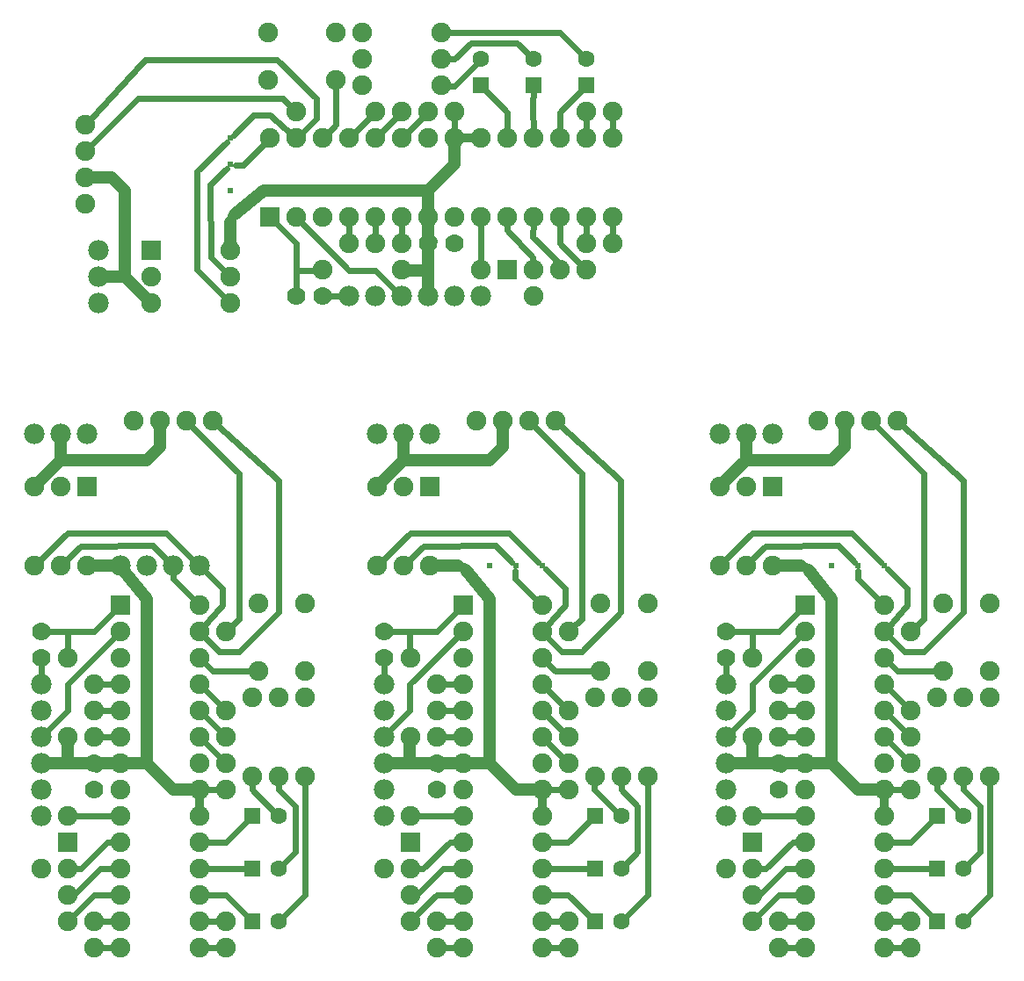
<source format=gtl>
From e75f60093b1709f0fa4dd69b582c63269448657a Mon Sep 17 00:00:00 2001
From: jaseg <git@jaseg.de>
Date: Sat, 15 Jan 2022 21:36:59 +0100
Subject: Add a whole zoo of gerber files from different EDA packages

---
 .../gerber/tests/resources/fritzing/combined.gtl   | 1490 ++++++++++++++++++++
 1 file changed, 1490 insertions(+)
 create mode 100644 gerbonara/gerber/tests/resources/fritzing/combined.gtl

(limited to 'gerbonara/gerber/tests/resources/fritzing/combined.gtl')

diff --git a/gerbonara/gerber/tests/resources/fritzing/combined.gtl b/gerbonara/gerber/tests/resources/fritzing/combined.gtl
new file mode 100644
index 0000000..0689715
--- /dev/null
+++ b/gerbonara/gerber/tests/resources/fritzing/combined.gtl
@@ -0,0 +1,1490 @@
+%MOIN*%
+%OFA0B0*%
+%FSLAX23Y23*%
+%IPPOS*%
+%LPD*%
+%ADD10C,0.078*%
+%ADD11C,0.075*%
+%ADD12C,0.07*%
+%ADD13C,0.075433*%
+%ADD14C,0.062992*%
+%ADD15R,0.075X0.075*%
+%ADD16R,0.062992X0.062992*%
+%ADD17C,0.024000000000000004*%
+%ADD18C,0.048000000000000008*%
+%ADD19C,0.032*%
+%ADD30C,0.078*%
+%ADD31C,0.075*%
+%ADD32C,0.07*%
+%ADD33C,0.075433*%
+%ADD34C,0.062992*%
+%ADD35R,0.075X0.075*%
+%ADD36R,0.062992X0.062992*%
+%ADD37C,0.024000000000000004*%
+%ADD38C,0.048000000000000008*%
+%ADD39C,0.032*%
+%ADD40C,0.078*%
+%ADD41C,0.075*%
+%ADD42C,0.07*%
+%ADD43C,0.075433*%
+%ADD44C,0.062992*%
+%ADD45R,0.075X0.075*%
+%ADD46R,0.062992X0.062992*%
+%ADD47C,0.024000000000000004*%
+%ADD48C,0.048000000000000008*%
+%ADD49C,0.032*%
+%ADD50C,0.078*%
+%ADD51C,0.075*%
+%ADD52C,0.07*%
+%ADD53C,0.075433*%
+%ADD54C,0.062992*%
+%ADD55R,0.075X0.075*%
+%ADD56R,0.062992X0.062992*%
+%ADD57C,0.024000000000000004*%
+%ADD58C,0.048000000000000008*%
+%ADD59C,0.032*%
+G90*
+G54D10*
+X00039Y00039D02*
+X00452Y01768D03*
+X00552Y01768D03*
+X00652Y01768D03*
+X00752Y01768D03*
+G54D11*
+X00252Y01418D03*
+X00252Y01118D03*
+G54D12*
+X00352Y00918D03*
+X00352Y01018D03*
+X00152Y01518D03*
+X00152Y01418D03*
+G54D11*
+X00452Y01618D03*
+X00752Y01618D03*
+X00452Y01518D03*
+X00752Y01518D03*
+X00452Y01418D03*
+X00752Y01418D03*
+X00452Y01317D03*
+X00752Y01317D03*
+X00452Y01218D03*
+X00752Y01218D03*
+X00452Y01118D03*
+X00752Y01118D03*
+X00452Y01018D03*
+X00752Y01018D03*
+X00452Y00918D03*
+X00752Y00918D03*
+X00452Y00818D03*
+X00752Y00818D03*
+X00452Y00718D03*
+X00752Y00718D03*
+X00452Y00618D03*
+X00752Y00618D03*
+X00452Y00518D03*
+X00752Y00518D03*
+X00452Y00418D03*
+X00752Y00418D03*
+X00452Y00318D03*
+X00752Y00318D03*
+X00252Y00818D03*
+X00252Y00718D03*
+X00252Y00618D03*
+X00502Y02318D03*
+X00602Y02318D03*
+X00701Y02318D03*
+X00802Y02318D03*
+G54D10*
+X00327Y02268D03*
+X00227Y02268D03*
+X00127Y02268D03*
+G54D11*
+X01052Y01268D03*
+X01052Y00968D03*
+X01152Y01268D03*
+X01152Y00968D03*
+X00974Y01368D03*
+X00974Y01624D03*
+X01152Y01368D03*
+X01152Y01624D03*
+X00327Y02068D03*
+X00327Y01768D03*
+X00227Y02068D03*
+X00227Y01768D03*
+X00127Y02068D03*
+X00127Y01768D03*
+X00952Y01268D03*
+X00952Y00968D03*
+G54D10*
+X00152Y00818D03*
+X00152Y00918D03*
+X00152Y01018D03*
+X00152Y01118D03*
+X00152Y01218D03*
+X00152Y01317D03*
+G54D13*
+X00852Y01218D03*
+X00852Y00318D03*
+X00152Y00618D03*
+X00852Y01518D03*
+X00852Y00418D03*
+X00852Y01118D03*
+X00852Y01018D03*
+X00252Y00518D03*
+X00252Y00418D03*
+X00352Y01118D03*
+X00352Y01218D03*
+X00352Y00418D03*
+X00352Y01317D03*
+X00352Y00318D03*
+X00852Y00918D03*
+G54D14*
+X00953Y00818D03*
+X01052Y00818D03*
+X00953Y00618D03*
+X01052Y00618D03*
+X00953Y00418D03*
+X01052Y00418D03*
+G54D15*
+X00452Y01618D03*
+X00252Y00718D03*
+X00327Y02068D03*
+G54D16*
+X00953Y00818D03*
+X00953Y00618D03*
+X00953Y00418D03*
+G54D17*
+X00302Y01843D02*
+X00239Y01780D01*
+D02*
+X00577Y01844D02*
+X00302Y01843D01*
+D02*
+X00637Y01781D02*
+X00577Y01844D01*
+D02*
+X00139Y01780D02*
+X00252Y01893D01*
+D02*
+X00252Y01893D02*
+X00626Y01893D01*
+D02*
+X00626Y01893D02*
+X00737Y01781D01*
+D02*
+X00377Y00619D02*
+X00276Y00518D01*
+D02*
+X00276Y00518D02*
+X00269Y00518D01*
+D02*
+X00434Y00618D02*
+X00377Y00619D01*
+D02*
+X00434Y00518D02*
+X00352Y00517D01*
+D02*
+X00352Y00517D02*
+X00264Y00430D01*
+D02*
+X00434Y00418D02*
+X00368Y00418D01*
+D02*
+X00434Y00318D02*
+X00368Y00318D01*
+D02*
+X00834Y00318D02*
+X00769Y00318D01*
+D02*
+X00834Y00418D02*
+X00769Y00418D01*
+D02*
+X00942Y00429D02*
+X00851Y00518D01*
+D02*
+X00851Y00518D02*
+X00769Y00518D01*
+D02*
+X00876Y00619D02*
+X00937Y00618D01*
+D02*
+X00769Y00618D02*
+X00876Y00619D01*
+D02*
+X00851Y00718D02*
+X00942Y00807D01*
+D02*
+X00769Y00718D02*
+X00851Y00718D01*
+D02*
+X00839Y01230D02*
+X00764Y01305D01*
+D02*
+X00839Y01130D02*
+X00764Y01205D01*
+D02*
+X00839Y01030D02*
+X00764Y01105D01*
+D02*
+X00434Y01317D02*
+X00368Y01317D01*
+D02*
+X00434Y01218D02*
+X00368Y01218D01*
+D02*
+X00434Y01118D02*
+X00368Y01118D01*
+D02*
+X00166Y01518D02*
+X00352Y01518D01*
+D02*
+X00352Y01518D02*
+X00439Y01605D01*
+D02*
+X00251Y01435D02*
+X00251Y01518D01*
+D02*
+X00251Y01518D02*
+X00166Y01518D01*
+D02*
+X00839Y01681D02*
+X00765Y01754D01*
+D02*
+X00651Y01718D02*
+X00651Y01749D01*
+D02*
+X00403Y00718D02*
+X00301Y00619D01*
+D02*
+X00739Y01630D02*
+X00651Y01718D01*
+D02*
+X00763Y01530D02*
+X00839Y01617D01*
+D02*
+X00839Y01617D02*
+X00839Y01681D01*
+D02*
+X00434Y00718D02*
+X00403Y00718D01*
+D02*
+X00301Y00619D02*
+X00269Y00618D01*
+G54D18*
+D02*
+X00251Y01018D02*
+X00251Y01100D01*
+D02*
+X00336Y01018D02*
+X00251Y01018D01*
+D02*
+X00652Y00918D02*
+X00734Y00918D01*
+D02*
+X00552Y01018D02*
+X00652Y00918D01*
+D02*
+X00469Y01018D02*
+X00552Y01018D01*
+D02*
+X00552Y01642D02*
+X00463Y01753D01*
+D02*
+X00552Y01018D02*
+X00552Y01642D01*
+D02*
+X00552Y02168D02*
+X00602Y02217D01*
+D02*
+X00602Y02217D02*
+X00602Y02300D01*
+D02*
+X00227Y02168D02*
+X00552Y02168D01*
+D02*
+X00433Y01768D02*
+X00344Y01768D01*
+D02*
+X00227Y02168D02*
+X00139Y02080D01*
+D02*
+X00227Y02249D02*
+X00227Y02168D01*
+G54D17*
+D02*
+X00251Y01218D02*
+X00165Y01131D01*
+D02*
+X00251Y01317D02*
+X00251Y01218D01*
+D02*
+X00439Y01506D02*
+X00251Y01317D01*
+G54D18*
+D02*
+X00352Y01018D02*
+X00434Y01018D01*
+D02*
+X00361Y01006D02*
+X00352Y01018D01*
+D02*
+X00171Y01018D02*
+X00336Y01018D01*
+G54D19*
+D02*
+X00752Y00900D02*
+X00752Y00835D01*
+G54D17*
+D02*
+X00152Y01336D02*
+X00152Y01402D01*
+D02*
+X00269Y00818D02*
+X00434Y00818D01*
+D02*
+X00951Y00918D02*
+X00952Y00950D01*
+D02*
+X01040Y00829D02*
+X00951Y00918D01*
+D02*
+X01114Y00680D02*
+X01063Y00629D01*
+D02*
+X01114Y00856D02*
+X01114Y00680D01*
+D02*
+X01052Y00918D02*
+X01114Y00856D01*
+D02*
+X01052Y00950D02*
+X01052Y00918D01*
+D02*
+X01063Y00429D02*
+X01152Y00518D01*
+D02*
+X01152Y00518D02*
+X01152Y00950D01*
+D02*
+X00769Y00918D02*
+X00834Y00918D01*
+D02*
+X00764Y01406D02*
+X00802Y01369D01*
+D02*
+X00802Y01369D02*
+X00957Y01368D01*
+D02*
+X00902Y01566D02*
+X00864Y01530D01*
+D02*
+X00902Y02118D02*
+X00902Y01566D01*
+D02*
+X00713Y02306D02*
+X00902Y02118D01*
+D02*
+X01051Y01592D02*
+X00902Y01443D01*
+D02*
+X00826Y01443D02*
+X00764Y01505D01*
+D02*
+X00815Y02306D02*
+X01051Y02092D01*
+D02*
+X01051Y02092D02*
+X01051Y01592D01*
+D02*
+X00902Y01443D02*
+X00826Y01443D01*
+G04 next file*
+G04 MADE WITH FRITZING*
+G04 WWW.FRITZING.ORG*
+G04 DOUBLE SIDED*
+G04 HOLES PLATED*
+G04 CONTOUR ON CENTER OF CONTOUR VECTOR*
+G90*
+G04 skipping 70
+D30*
+X01338Y00039D02*
+X01751Y01768D03*
+X01851Y01768D03*
+X01951Y01768D03*
+X02051Y01768D03*
+D31*
+X01551Y01418D03*
+X01551Y01118D03*
+D32*
+X01651Y00918D03*
+X01651Y01018D03*
+X01451Y01518D03*
+X01451Y01418D03*
+D31*
+X01751Y01618D03*
+X02051Y01618D03*
+X01751Y01518D03*
+X02051Y01518D03*
+X01751Y01418D03*
+X02051Y01418D03*
+X01751Y01317D03*
+X02051Y01317D03*
+X01751Y01218D03*
+X02051Y01218D03*
+X01751Y01118D03*
+X02051Y01118D03*
+X01751Y01018D03*
+X02051Y01018D03*
+X01751Y00918D03*
+X02051Y00918D03*
+X01751Y00818D03*
+X02051Y00818D03*
+X01751Y00718D03*
+X02051Y00718D03*
+X01751Y00618D03*
+X02051Y00618D03*
+X01751Y00518D03*
+X02051Y00518D03*
+X01751Y00418D03*
+X02051Y00418D03*
+X01751Y00318D03*
+X02051Y00318D03*
+X01551Y00818D03*
+X01551Y00718D03*
+X01551Y00618D03*
+X01801Y02318D03*
+X01901Y02318D03*
+X02001Y02318D03*
+X02101Y02318D03*
+D30*
+X01626Y02268D03*
+X01526Y02268D03*
+X01426Y02268D03*
+D31*
+X02351Y01268D03*
+X02351Y00968D03*
+X02451Y01268D03*
+X02451Y00968D03*
+X02273Y01368D03*
+X02273Y01624D03*
+X02451Y01368D03*
+X02451Y01624D03*
+X01626Y02068D03*
+X01626Y01768D03*
+X01526Y02068D03*
+X01526Y01768D03*
+X01426Y02068D03*
+X01426Y01768D03*
+X02251Y01268D03*
+X02251Y00968D03*
+D30*
+X01451Y00818D03*
+X01451Y00918D03*
+X01451Y01018D03*
+X01451Y01118D03*
+X01451Y01218D03*
+X01451Y01317D03*
+D33*
+X02151Y01218D03*
+X02151Y00318D03*
+X01451Y00618D03*
+X02151Y01518D03*
+X02151Y00418D03*
+X02151Y01118D03*
+X02151Y01018D03*
+X01551Y00518D03*
+X01551Y00418D03*
+X01651Y01118D03*
+X01651Y01218D03*
+X01651Y00418D03*
+X01651Y01317D03*
+X01651Y00318D03*
+X02151Y00918D03*
+D34*
+X02252Y00818D03*
+X02351Y00818D03*
+X02252Y00618D03*
+X02351Y00618D03*
+X02252Y00418D03*
+X02351Y00418D03*
+D35*
+X01751Y01618D03*
+X01551Y00718D03*
+X01626Y02068D03*
+D36*
+X02252Y00818D03*
+X02252Y00618D03*
+X02252Y00418D03*
+D37*
+X01601Y01843D02*
+X01538Y01780D01*
+D02*
+X01876Y01844D02*
+X01601Y01843D01*
+D02*
+X01937Y01781D02*
+X01876Y01844D01*
+D02*
+X01438Y01780D02*
+X01551Y01893D01*
+D02*
+X01551Y01893D02*
+X01925Y01893D01*
+D02*
+X01925Y01893D02*
+X02037Y01781D01*
+D02*
+X01676Y00619D02*
+X01575Y00518D01*
+D02*
+X01575Y00518D02*
+X01568Y00518D01*
+D02*
+X01733Y00618D02*
+X01676Y00619D01*
+D02*
+X01733Y00518D02*
+X01651Y00517D01*
+D02*
+X01651Y00517D02*
+X01563Y00430D01*
+D02*
+X01733Y00418D02*
+X01668Y00418D01*
+D02*
+X01733Y00318D02*
+X01668Y00318D01*
+D02*
+X02133Y00318D02*
+X02068Y00318D01*
+D02*
+X02133Y00418D02*
+X02068Y00418D01*
+D02*
+X02241Y00429D02*
+X02150Y00518D01*
+D02*
+X02150Y00518D02*
+X02068Y00518D01*
+D02*
+X02175Y00619D02*
+X02236Y00618D01*
+D02*
+X02068Y00618D02*
+X02175Y00619D01*
+D02*
+X02150Y00718D02*
+X02241Y00807D01*
+D02*
+X02068Y00718D02*
+X02150Y00718D01*
+D02*
+X02138Y01230D02*
+X02063Y01305D01*
+D02*
+X02138Y01130D02*
+X02063Y01205D01*
+D02*
+X02138Y01030D02*
+X02063Y01105D01*
+D02*
+X01733Y01317D02*
+X01668Y01317D01*
+D02*
+X01733Y01218D02*
+X01668Y01218D01*
+D02*
+X01733Y01118D02*
+X01668Y01118D01*
+D02*
+X01466Y01518D02*
+X01651Y01518D01*
+D02*
+X01651Y01518D02*
+X01738Y01605D01*
+D02*
+X01550Y01435D02*
+X01550Y01518D01*
+D02*
+X01550Y01518D02*
+X01466Y01518D01*
+D02*
+X02138Y01681D02*
+X02064Y01754D01*
+D02*
+X01950Y01718D02*
+X01950Y01749D01*
+D02*
+X01702Y00718D02*
+X01600Y00619D01*
+D02*
+X02037Y01630D02*
+X01950Y01718D01*
+D02*
+X02062Y01530D02*
+X02138Y01617D01*
+D02*
+X02138Y01617D02*
+X02138Y01681D01*
+D02*
+X01733Y00718D02*
+X01702Y00718D01*
+D02*
+X01600Y00619D02*
+X01568Y00618D01*
+D38*
+D02*
+X01550Y01018D02*
+X01550Y01100D01*
+D02*
+X01636Y01018D02*
+X01550Y01018D01*
+D02*
+X01951Y00918D02*
+X02033Y00918D01*
+D02*
+X01851Y01018D02*
+X01951Y00918D01*
+D02*
+X01768Y01018D02*
+X01851Y01018D01*
+D02*
+X01851Y01642D02*
+X01762Y01753D01*
+D02*
+X01851Y01018D02*
+X01851Y01642D01*
+D02*
+X01851Y02168D02*
+X01901Y02217D01*
+D02*
+X01901Y02217D02*
+X01901Y02300D01*
+D02*
+X01526Y02168D02*
+X01851Y02168D01*
+D02*
+X01732Y01768D02*
+X01643Y01768D01*
+D02*
+X01526Y02168D02*
+X01438Y02080D01*
+D02*
+X01526Y02249D02*
+X01526Y02168D01*
+D37*
+D02*
+X01550Y01218D02*
+X01463Y01131D01*
+D02*
+X01550Y01317D02*
+X01550Y01218D01*
+D02*
+X01738Y01506D02*
+X01550Y01317D01*
+D38*
+D02*
+X01651Y01018D02*
+X01733Y01018D01*
+D02*
+X01660Y01006D02*
+X01651Y01018D01*
+D02*
+X01469Y01018D02*
+X01636Y01018D01*
+D39*
+D02*
+X02051Y00900D02*
+X02051Y00835D01*
+D37*
+D02*
+X01451Y01336D02*
+X01451Y01402D01*
+D02*
+X01568Y00818D02*
+X01733Y00818D01*
+D02*
+X02250Y00918D02*
+X02251Y00950D01*
+D02*
+X02339Y00829D02*
+X02250Y00918D01*
+D02*
+X02413Y00680D02*
+X02362Y00629D01*
+D02*
+X02413Y00856D02*
+X02413Y00680D01*
+D02*
+X02351Y00918D02*
+X02413Y00856D01*
+D02*
+X02351Y00950D02*
+X02351Y00918D01*
+D02*
+X02362Y00429D02*
+X02451Y00518D01*
+D02*
+X02451Y00518D02*
+X02451Y00950D01*
+D02*
+X02068Y00918D02*
+X02133Y00918D01*
+D02*
+X02063Y01406D02*
+X02101Y01369D01*
+D02*
+X02101Y01369D02*
+X02256Y01368D01*
+D02*
+X02201Y01566D02*
+X02163Y01530D01*
+D02*
+X02201Y02118D02*
+X02201Y01566D01*
+D02*
+X02013Y02306D02*
+X02201Y02118D01*
+D02*
+X02350Y01592D02*
+X02201Y01443D01*
+D02*
+X02125Y01443D02*
+X02063Y01505D01*
+D02*
+X02114Y02306D02*
+X02350Y02092D01*
+D02*
+X02350Y02092D02*
+X02350Y01592D01*
+D02*
+X02201Y01443D02*
+X02125Y01443D01*
+G04 End of Copper1*
+G04 next file*
+G04 MADE WITH FRITZING*
+G04 WWW.FRITZING.ORG*
+G04 DOUBLE SIDED*
+G04 HOLES PLATED*
+G04 CONTOUR ON CENTER OF CONTOUR VECTOR*
+G90*
+G04 skipping 70
+D40*
+X02637Y00039D02*
+X03049Y01768D03*
+X03150Y01768D03*
+X03250Y01768D03*
+X03350Y01768D03*
+D41*
+X02850Y01418D03*
+X02850Y01118D03*
+D42*
+X02950Y00918D03*
+X02950Y01018D03*
+X02750Y01518D03*
+X02750Y01418D03*
+D41*
+X03049Y01618D03*
+X03350Y01618D03*
+X03049Y01518D03*
+X03350Y01518D03*
+X03049Y01418D03*
+X03350Y01418D03*
+X03049Y01317D03*
+X03350Y01317D03*
+X03049Y01218D03*
+X03350Y01218D03*
+X03049Y01118D03*
+X03350Y01118D03*
+X03049Y01018D03*
+X03350Y01018D03*
+X03049Y00918D03*
+X03350Y00918D03*
+X03049Y00818D03*
+X03350Y00818D03*
+X03049Y00718D03*
+X03350Y00718D03*
+X03049Y00618D03*
+X03350Y00618D03*
+X03049Y00518D03*
+X03350Y00518D03*
+X03049Y00418D03*
+X03350Y00418D03*
+X03049Y00318D03*
+X03350Y00318D03*
+X02850Y00818D03*
+X02850Y00718D03*
+X02850Y00618D03*
+X03100Y02318D03*
+X03200Y02318D03*
+X03300Y02318D03*
+X03400Y02318D03*
+D40*
+X02925Y02268D03*
+X02825Y02268D03*
+X02725Y02268D03*
+D41*
+X03650Y01268D03*
+X03650Y00968D03*
+X03750Y01268D03*
+X03750Y00968D03*
+X03572Y01368D03*
+X03572Y01624D03*
+X03750Y01368D03*
+X03750Y01624D03*
+X02925Y02068D03*
+X02925Y01768D03*
+X02825Y02068D03*
+X02825Y01768D03*
+X02725Y02068D03*
+X02725Y01768D03*
+X03550Y01268D03*
+X03550Y00968D03*
+D40*
+X02750Y00818D03*
+X02750Y00918D03*
+X02750Y01018D03*
+X02750Y01118D03*
+X02750Y01218D03*
+X02750Y01317D03*
+D43*
+X03450Y01218D03*
+X03450Y00318D03*
+X02750Y00618D03*
+X03450Y01518D03*
+X03450Y00418D03*
+X03450Y01118D03*
+X03450Y01018D03*
+X02850Y00518D03*
+X02850Y00418D03*
+X02950Y01118D03*
+X02950Y01218D03*
+X02950Y00418D03*
+X02950Y01317D03*
+X02950Y00318D03*
+X03450Y00918D03*
+D44*
+X03550Y00818D03*
+X03650Y00818D03*
+X03550Y00618D03*
+X03650Y00618D03*
+X03550Y00418D03*
+X03650Y00418D03*
+D45*
+X03049Y01618D03*
+X02850Y00718D03*
+X02925Y02068D03*
+D46*
+X03550Y00818D03*
+X03550Y00618D03*
+X03550Y00418D03*
+D47*
+X02900Y01843D02*
+X02837Y01780D01*
+D02*
+X03175Y01844D02*
+X02900Y01843D01*
+D02*
+X03236Y01781D02*
+X03175Y01844D01*
+D02*
+X02737Y01780D02*
+X02850Y01893D01*
+D02*
+X02850Y01893D02*
+X03224Y01893D01*
+D02*
+X03224Y01893D02*
+X03336Y01781D01*
+D02*
+X02975Y00619D02*
+X02874Y00518D01*
+D02*
+X02874Y00518D02*
+X02867Y00518D01*
+D02*
+X03032Y00618D02*
+X02975Y00619D01*
+D02*
+X03032Y00518D02*
+X02950Y00517D01*
+D02*
+X02950Y00517D02*
+X02862Y00430D01*
+D02*
+X03032Y00418D02*
+X02967Y00418D01*
+D02*
+X03032Y00318D02*
+X02967Y00318D01*
+D02*
+X03432Y00318D02*
+X03367Y00318D01*
+D02*
+X03432Y00418D02*
+X03367Y00418D01*
+D02*
+X03540Y00429D02*
+X03449Y00518D01*
+D02*
+X03449Y00518D02*
+X03367Y00518D01*
+D02*
+X03474Y00619D02*
+X03535Y00618D01*
+D02*
+X03367Y00618D02*
+X03474Y00619D01*
+D02*
+X03449Y00718D02*
+X03540Y00807D01*
+D02*
+X03367Y00718D02*
+X03449Y00718D01*
+D02*
+X03437Y01230D02*
+X03362Y01305D01*
+D02*
+X03437Y01130D02*
+X03362Y01205D01*
+D02*
+X03437Y01030D02*
+X03362Y01105D01*
+D02*
+X03032Y01317D02*
+X02967Y01317D01*
+D02*
+X03032Y01218D02*
+X02967Y01218D01*
+D02*
+X03032Y01118D02*
+X02967Y01118D01*
+D02*
+X02765Y01518D02*
+X02950Y01518D01*
+D02*
+X02950Y01518D02*
+X03037Y01605D01*
+D02*
+X02849Y01435D02*
+X02849Y01518D01*
+D02*
+X02849Y01518D02*
+X02765Y01518D01*
+D02*
+X03437Y01681D02*
+X03363Y01754D01*
+D02*
+X03248Y01718D02*
+X03248Y01749D01*
+D02*
+X03001Y00718D02*
+X02899Y00619D01*
+D02*
+X03337Y01630D02*
+X03248Y01718D01*
+D02*
+X03361Y01530D02*
+X03437Y01617D01*
+D02*
+X03437Y01617D02*
+X03437Y01681D01*
+D02*
+X03032Y00718D02*
+X03001Y00718D01*
+D02*
+X02899Y00619D02*
+X02867Y00618D01*
+D48*
+D02*
+X02849Y01018D02*
+X02849Y01100D01*
+D02*
+X02935Y01018D02*
+X02849Y01018D01*
+D02*
+X03250Y00918D02*
+X03332Y00918D01*
+D02*
+X03150Y01018D02*
+X03250Y00918D01*
+D02*
+X03067Y01018D02*
+X03150Y01018D01*
+D02*
+X03150Y01642D02*
+X03061Y01753D01*
+D02*
+X03150Y01018D02*
+X03150Y01642D01*
+D02*
+X03150Y02168D02*
+X03200Y02217D01*
+D02*
+X03200Y02217D02*
+X03200Y02300D01*
+D02*
+X02825Y02168D02*
+X03150Y02168D01*
+D02*
+X03031Y01768D02*
+X02942Y01768D01*
+D02*
+X02825Y02168D02*
+X02737Y02080D01*
+D02*
+X02825Y02249D02*
+X02825Y02168D01*
+D47*
+D02*
+X02849Y01218D02*
+X02763Y01131D01*
+D02*
+X02849Y01317D02*
+X02849Y01218D01*
+D02*
+X03037Y01506D02*
+X02849Y01317D01*
+D48*
+D02*
+X02950Y01018D02*
+X03032Y01018D01*
+D02*
+X02959Y01006D02*
+X02950Y01018D01*
+D02*
+X02769Y01018D02*
+X02935Y01018D01*
+D49*
+D02*
+X03350Y00900D02*
+X03350Y00835D01*
+D47*
+D02*
+X02750Y01336D02*
+X02750Y01402D01*
+D02*
+X02867Y00818D02*
+X03032Y00818D01*
+D02*
+X03549Y00918D02*
+X03550Y00950D01*
+D02*
+X03638Y00829D02*
+X03549Y00918D01*
+D02*
+X03712Y00680D02*
+X03660Y00629D01*
+D02*
+X03712Y00856D02*
+X03712Y00680D01*
+D02*
+X03650Y00918D02*
+X03712Y00856D01*
+D02*
+X03650Y00950D02*
+X03650Y00918D01*
+D02*
+X03660Y00429D02*
+X03750Y00518D01*
+D02*
+X03750Y00518D02*
+X03750Y00950D01*
+D02*
+X03367Y00918D02*
+X03432Y00918D01*
+D02*
+X03362Y01406D02*
+X03400Y01369D01*
+D02*
+X03400Y01369D02*
+X03555Y01368D01*
+D02*
+X03500Y01566D02*
+X03462Y01530D01*
+D02*
+X03500Y02118D02*
+X03500Y01566D01*
+D02*
+X03312Y02306D02*
+X03500Y02118D01*
+D02*
+X03648Y01592D02*
+X03500Y01443D01*
+D02*
+X03424Y01443D02*
+X03362Y01505D01*
+D02*
+X03413Y02306D02*
+X03648Y02092D01*
+D02*
+X03648Y02092D02*
+X03648Y01592D01*
+D02*
+X03500Y01443D02*
+X03424Y01443D01*
+G04 End of Copper1*
+G04 next file*
+G04 MADE WITH FRITZING*
+G04 WWW.FRITZING.ORG*
+G04 DOUBLE SIDED*
+G04 HOLES PLATED*
+G04 CONTOUR ON CENTER OF CONTOUR VECTOR*
+G90*
+G04 skipping 70
+D50*
+X02598Y02677D02*
+X00869Y03090D03*
+X00869Y03190D03*
+X00869Y03290D03*
+X00869Y03390D03*
+D51*
+X01219Y02890D03*
+X01518Y02890D03*
+D52*
+X01719Y02990D03*
+X01619Y02990D03*
+X01119Y02790D03*
+X01219Y02790D03*
+D51*
+X01018Y03090D03*
+X01018Y03390D03*
+X01119Y03090D03*
+X01119Y03390D03*
+X01219Y03090D03*
+X01219Y03390D03*
+X01318Y03090D03*
+X01318Y03390D03*
+X01419Y03090D03*
+X01419Y03390D03*
+X01518Y03090D03*
+X01518Y03390D03*
+X01619Y03090D03*
+X01619Y03390D03*
+X01719Y03090D03*
+X01719Y03390D03*
+X01819Y03090D03*
+X01819Y03390D03*
+X01919Y03090D03*
+X01919Y03390D03*
+X02019Y03090D03*
+X02019Y03390D03*
+X02119Y03090D03*
+X02119Y03390D03*
+X02219Y03090D03*
+X02219Y03390D03*
+X02319Y03090D03*
+X02319Y03390D03*
+X01819Y02890D03*
+X01919Y02890D03*
+X02019Y02890D03*
+X00318Y03140D03*
+X00318Y03240D03*
+X00318Y03340D03*
+X00318Y03440D03*
+D50*
+X00368Y02965D03*
+X00368Y02865D03*
+X00368Y02765D03*
+D51*
+X01369Y03690D03*
+X01669Y03690D03*
+X01369Y03790D03*
+X01669Y03790D03*
+X01269Y03612D03*
+X01012Y03612D03*
+X01269Y03790D03*
+X01012Y03790D03*
+X00569Y02965D03*
+X00869Y02965D03*
+X00569Y02865D03*
+X00869Y02865D03*
+X00569Y02765D03*
+X00869Y02765D03*
+X01369Y03590D03*
+X01669Y03590D03*
+D50*
+X01819Y02790D03*
+X01719Y02790D03*
+X01619Y02790D03*
+X01518Y02790D03*
+X01419Y02790D03*
+X01318Y02790D03*
+D53*
+X01419Y03490D03*
+X02319Y03490D03*
+X02019Y02790D03*
+X01119Y03490D03*
+X02219Y03490D03*
+X01518Y03490D03*
+X01619Y03490D03*
+X02119Y02890D03*
+X02219Y02890D03*
+X01518Y02990D03*
+X01419Y02990D03*
+X02219Y02990D03*
+X01318Y02990D03*
+X02319Y02990D03*
+X01719Y03490D03*
+D54*
+X01819Y03591D03*
+X01819Y03690D03*
+X02019Y03591D03*
+X02019Y03690D03*
+X02219Y03591D03*
+X02219Y03690D03*
+D55*
+X01018Y03090D03*
+X01919Y02890D03*
+X00569Y02965D03*
+D56*
+X01819Y03591D03*
+X02019Y03591D03*
+X02219Y03591D03*
+D57*
+X00794Y02939D02*
+X00857Y02877D01*
+D02*
+X00793Y03215D02*
+X00794Y02939D01*
+D02*
+X00856Y03276D02*
+X00793Y03215D01*
+D02*
+X00857Y02777D02*
+X00743Y02890D01*
+D02*
+X00743Y02890D02*
+X00743Y03264D01*
+D02*
+X00743Y03264D02*
+X00856Y03376D01*
+D02*
+X02017Y03015D02*
+X02119Y02914D01*
+D02*
+X02119Y02914D02*
+X02119Y02907D01*
+D02*
+X02019Y03072D02*
+X02017Y03015D01*
+D02*
+X02119Y03072D02*
+X02120Y02990D01*
+D02*
+X02120Y02990D02*
+X02207Y02902D01*
+D02*
+X02219Y03072D02*
+X02219Y03007D01*
+D02*
+X02319Y03072D02*
+X02319Y03007D01*
+D02*
+X02319Y03472D02*
+X02319Y03406D01*
+D02*
+X02219Y03472D02*
+X02219Y03406D01*
+D02*
+X02208Y03580D02*
+X02119Y03489D01*
+D02*
+X02119Y03489D02*
+X02119Y03406D01*
+D02*
+X02017Y03514D02*
+X02019Y03574D01*
+D02*
+X02019Y03406D02*
+X02017Y03514D01*
+D02*
+X01919Y03489D02*
+X01830Y03580D01*
+D02*
+X01919Y03406D02*
+X01919Y03489D01*
+D02*
+X01407Y03477D02*
+X01332Y03402D01*
+D02*
+X01506Y03477D02*
+X01432Y03402D01*
+D02*
+X01607Y03477D02*
+X01532Y03402D01*
+D02*
+X01318Y03072D02*
+X01318Y03007D01*
+D02*
+X01419Y03072D02*
+X01419Y03007D01*
+D02*
+X01518Y03072D02*
+X01518Y03007D01*
+D02*
+X01119Y02805D02*
+X01119Y02990D01*
+D02*
+X01119Y02990D02*
+X01032Y03077D01*
+D02*
+X01202Y02889D02*
+X01119Y02889D01*
+D02*
+X01119Y02889D02*
+X01119Y02805D01*
+D02*
+X00956Y03477D02*
+X00883Y03403D01*
+D02*
+X00919Y03289D02*
+X00888Y03289D01*
+D02*
+X01919Y03041D02*
+X02017Y02939D01*
+D02*
+X01006Y03377D02*
+X00919Y03289D01*
+D02*
+X01106Y03401D02*
+X01020Y03477D01*
+D02*
+X01020Y03477D02*
+X00956Y03477D01*
+D02*
+X01919Y03072D02*
+X01919Y03041D01*
+D02*
+X02017Y02939D02*
+X02019Y02907D01*
+D58*
+D02*
+X01619Y02889D02*
+X01536Y02889D01*
+D02*
+X01619Y02975D02*
+X01619Y02889D01*
+D02*
+X01719Y03290D02*
+X01719Y03372D01*
+D02*
+X01619Y03190D02*
+X01719Y03290D01*
+D02*
+X01619Y03107D02*
+X01619Y03190D01*
+D02*
+X00995Y03190D02*
+X00884Y03101D01*
+D02*
+X01619Y03190D02*
+X00995Y03190D01*
+D02*
+X00469Y03190D02*
+X00420Y03240D01*
+D02*
+X00420Y03240D02*
+X00336Y03240D01*
+D02*
+X00469Y02865D02*
+X00469Y03190D01*
+D02*
+X00869Y03071D02*
+X00869Y02982D01*
+D02*
+X00469Y02865D02*
+X00557Y02777D01*
+D02*
+X00388Y02865D02*
+X00469Y02865D01*
+D57*
+D02*
+X01419Y02889D02*
+X01506Y02803D01*
+D02*
+X01320Y02889D02*
+X01419Y02889D01*
+D02*
+X01131Y03077D02*
+X01320Y02889D01*
+D58*
+D02*
+X01619Y02990D02*
+X01619Y03072D01*
+D02*
+X01631Y02999D02*
+X01619Y02990D01*
+D02*
+X01619Y02809D02*
+X01619Y02975D01*
+D59*
+D02*
+X01737Y03390D02*
+X01802Y03390D01*
+D57*
+D02*
+X01299Y02790D02*
+X01234Y02790D01*
+D02*
+X01819Y02907D02*
+X01819Y03072D01*
+D02*
+X01719Y03588D02*
+X01687Y03590D01*
+D02*
+X01808Y03678D02*
+X01719Y03588D01*
+D02*
+X01957Y03752D02*
+X02008Y03701D01*
+D02*
+X01781Y03752D02*
+X01957Y03752D01*
+D02*
+X01719Y03690D02*
+X01781Y03752D01*
+D02*
+X01687Y03690D02*
+X01719Y03690D01*
+D02*
+X02208Y03701D02*
+X02119Y03790D01*
+D02*
+X02119Y03790D02*
+X01687Y03790D01*
+D02*
+X01719Y03406D02*
+X01719Y03472D01*
+D02*
+X01231Y03402D02*
+X01268Y03440D01*
+D02*
+X01268Y03440D02*
+X01269Y03595D01*
+D02*
+X01070Y03540D02*
+X01107Y03502D01*
+D02*
+X00519Y03540D02*
+X01070Y03540D01*
+D02*
+X00330Y03352D02*
+X00519Y03540D01*
+D02*
+X01045Y03689D02*
+X01194Y03540D01*
+D02*
+X01194Y03464D02*
+X01132Y03402D01*
+D02*
+X00330Y03453D02*
+X00545Y03689D01*
+D02*
+X00545Y03689D02*
+X01045Y03689D01*
+D02*
+X01194Y03540D02*
+X01194Y03464D01*
+G04 End of Copper1*
+M02*
\ No newline at end of file
-- 
cgit 


</source>
